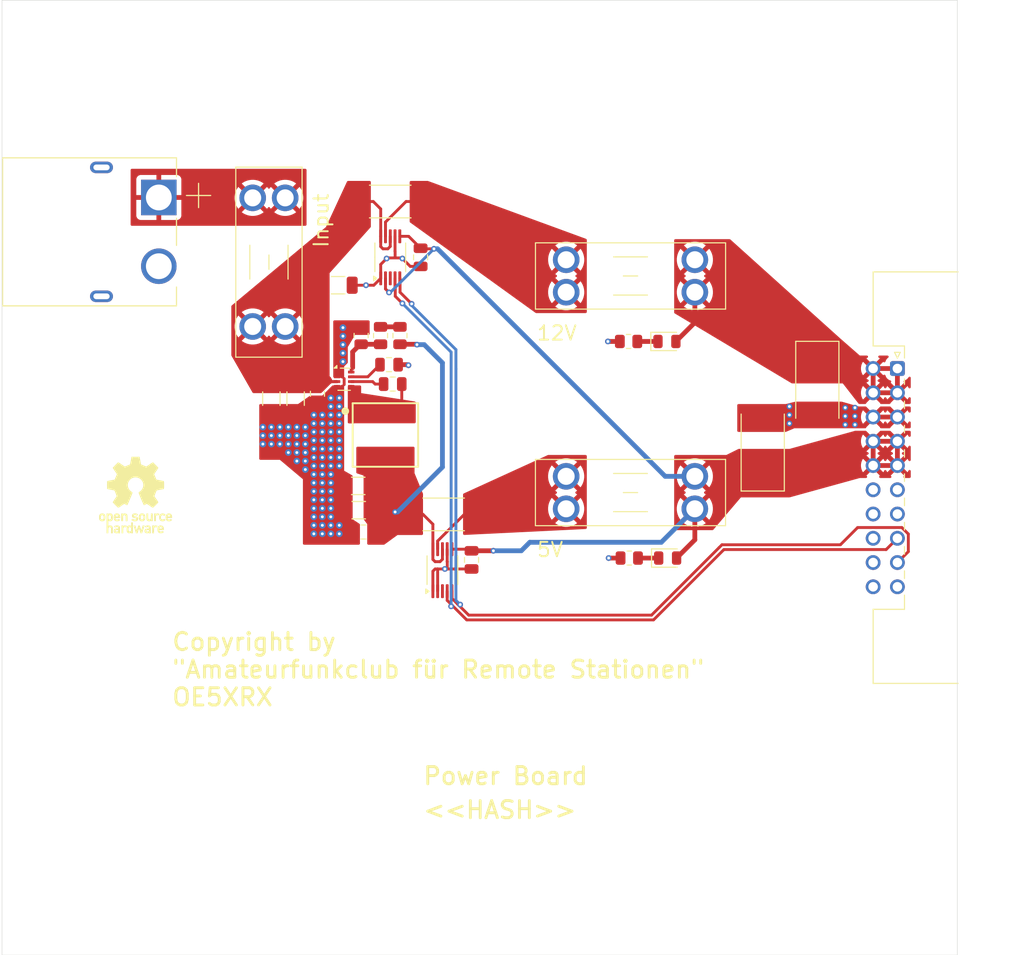
<source format=kicad_pcb>
(kicad_pcb (version 20241229) (generator "pcbnew") (generator_version "9.0")
  (layers (0 "F.Cu" signal) (4 "In1.Cu" signal) (6 "In2.Cu" signal) (2 "B.Cu" signal) (13 "F.Paste" user) (15 "B.Paste" user) (5 "F.SilkS" user "F.Silkscreen") (7 "B.SilkS" user "B.Silkscreen") (1 "F.Mask" user) (3 "B.Mask" user) (25 "Edge.Cuts" user))
  (net 0 "")
  (net 1 "GND")
  (net 2 "/I2C_SCL1")
  (net 3 "/I2C_SDA1")
  (net 4 "Net-(D101-K)")
  (net 5 "Net-(D102-K)")
  (net 6 "unconnected-(J102-Pin_a6-Pada6)")
  (net 12 "/12V")
  (net 13 "/5V")
  (net 14 "/12V_IN")
  (net 15 "/5V_IN")
  (net 16 "Net-(U201-SS)")
  (net 17 "Net-(R201-Pad2)")
  (net 18 "Net-(U201-FB)")
  (net 21 "/Power Measurement/V_OUT")
  (net 22 "/Power Measurement1/V_OUT")
  (net 23 "/5V/TPS_SW")
  (net 24 "Net-(U201-BST)")
  (net 25 "/12V_IN_UNPROTECTED")
  (footprint "PRJ:Fuseholder" (layer "F.Cu") (at 165.354 92.202)
    (property "Reference" "F103" (hide yes))
    (property "Value" "Fuse" (hide yes))
    (pad "1" thru_hole circle (at -6.735 -1.7) (size 2.78 2.78) (drill 1.78) (layers "*.Cu" "*.Mask") (net 21 "/Power Measurement/V_OUT"))
    (pad "1" thru_hole circle (at -6.735 1.7) (size 2.78 2.78) (drill 1.78) (layers "*.Cu" "*.Mask") (net 21 "/Power Measurement/V_OUT"))
    (pad "2" thru_hole circle (at 6.735 -1.7) (size 2.78 2.78) (drill 1.78) (layers "*.Cu" "*.Mask") (net 13 "/5V"))
    (pad "2" thru_hole circle (at 6.735 1.7) (size 2.78 2.78) (drill 1.78) (layers "*.Cu" "*.Mask") (net 13 "/5V"))
  )
  (footprint "Capacitor_SMD:C_1206_3216Metric" (layer "F.Cu") (at 136.906 94.046)
    (property "Reference" "C207" (hide yes))
    (property "Value" "22u" (hide yes))
    (pad "1" smd roundrect (at -1.475 0) (size 1.15 1.8) (layers "F.Cu" "F.Mask" "F.Paste") (roundrect_rratio 0.217391) (net 1 "GND"))
    (pad "2" smd roundrect (at 1.475 0) (size 1.15 1.8) (layers "F.Cu" "F.Mask" "F.Paste") (roundrect_rratio 0.217391) (net 15 "/5V_IN"))
  )
  (footprint "Resistor_SMD:R_0805_2012Metric" (layer "F.Cu") (at 137.16 75.758 90)
    (property "Reference" "R203" (hide yes))
    (property "Value" "10k2" (hide yes))
    (pad "1" smd roundrect (at -0.9125 0 90) (size 1.025 1.4) (layers "F.Cu" "F.Mask" "F.Paste") (roundrect_rratio 0.243902) (net 18 "Net-(U201-FB)"))
    (pad "2" smd roundrect (at 0.9125 0 90) (size 1.025 1.4) (layers "F.Cu" "F.Mask" "F.Paste") (roundrect_rratio 0.243902) (net 1 "GND"))
  )
  (footprint "LED_SMD:LED_0805_2012Metric" (layer "F.Cu") (at 169.168 76.376)
    (property "Reference" "D101" (hide yes))
    (property "Value" "LED" (hide yes))
    (pad "1" smd roundrect (at -0.9375 0) (size 0.975 1.4) (layers "F.Cu" "F.Mask" "F.Paste") (net 4 "Net-(D101-K)"))
    (pad "2" smd roundrect (at 0.9375 0) (size 0.975 1.4) (layers "F.Cu" "F.Mask" "F.Paste") (net 12 "/12V"))
  )
  (footprint "Package_TO_SOT_SMD:SOT-583-8" (layer "F.Cu") (at 135.382 80.33)
    (property "Reference" "U201" (hide yes))
    (property "Value" "TPS62933" (hide yes))
    (pad "1" smd roundrect (at -0.74 -0.75) (size 0.67 0.3) (layers "F.Cu" "F.Mask" "F.Paste") (roundrect_rratio 0.1666666667) (net 1 "GND"))
    (pad "2" smd roundrect (at -0.74 -0.25) (size 0.67 0.3) (layers "F.Cu" "F.Mask" "F.Paste") (roundrect_rratio 0.1666666667) (net 1 "GND"))
    (pad "3" smd roundrect (at -0.74 0.25) (size 0.67 0.3) (layers "F.Cu" "F.Mask" "F.Paste") (roundrect_rratio 0.1666666667) (net 14 "/12V_IN"))
    (pad "4" smd roundrect (at -0.74 0.75) (size 0.67 0.3) (layers "F.Cu" "F.Mask" "F.Paste") (roundrect_rratio 0.1666666667) (net 1 "GND"))
    (pad "5" smd roundrect (at 0.74 0.75) (size 0.67 0.3) (layers "F.Cu" "F.Mask" "F.Paste") (roundrect_rratio 0.1666666667) (net 23 "/5V/TPS_SW"))
    (pad "6" smd roundrect (at 0.74 0.25) (size 0.67 0.3) (layers "F.Cu" "F.Mask" "F.Paste") (roundrect_rratio 0.1666666667) (net 24 "Net-(U201-BST)"))
    (pad "7" smd roundrect (at 0.74 -0.25) (size 0.67 0.3) (layers "F.Cu" "F.Mask" "F.Paste") (roundrect_rratio 0.1666666667) (net 16 "Net-(U201-SS)"))
    (pad "8" smd roundrect (at 0.74 -0.75) (size 0.67 0.3) (layers "F.Cu" "F.Mask" "F.Paste") (roundrect_rratio 0.1666666667) (net 18 "Net-(U201-FB)"))
  )
  (footprint "MountingHole:MountingHole_3.2mm_M3" (layer "F.Cu") (at 104.568 133.14)
    (property "Reference" "H102" (hide yes))
    (property "Value" "MountingHole" (hide yes))
    (pad "" np_thru_hole circle (at 0 0) (size 3.2 3.2) (drill 3.2) (layers "*.Cu" "*.Mask"))
  )
  (footprint "Capacitor_Tantalum_SMD:CP_EIA-7343-43_Kemet-X" (layer "F.Cu") (at 179.197 87.63 90)
    (property "Reference" "C102" (hide yes))
    (property "Value" "100u / 25V" (hide yes))
    (pad "1" smd roundrect (at -3.1125 0 90) (size 2.075 2.55) (layers "F.Cu" "F.Mask" "F.Paste") (roundrect_rratio 0.120482) (net 13 "/5V"))
    (pad "2" smd roundrect (at 3.1125 0 90) (size 2.075 2.55) (layers "F.Cu" "F.Mask" "F.Paste") (roundrect_rratio 0.120482) (net 1 "GND"))
  )
  (footprint "PRJ:Fuseholder" (layer "F.Cu") (at 165.358 69.518)
    (property "Reference" "F102" (hide yes))
    (property "Value" "Fuse" (hide yes))
    (pad "1" thru_hole circle (at -6.735 -1.7) (size 2.78 2.78) (drill 1.78) (layers "*.Cu" "*.Mask") (net 22 "/Power Measurement1/V_OUT"))
    (pad "1" thru_hole circle (at -6.735 1.7) (size 2.78 2.78) (drill 1.78) (layers "*.Cu" "*.Mask") (net 22 "/Power Measurement1/V_OUT"))
    (pad "2" thru_hole circle (at 6.735 -1.7) (size 2.78 2.78) (drill 1.78) (layers "*.Cu" "*.Mask") (net 12 "/12V"))
    (pad "2" thru_hole circle (at 6.735 1.7) (size 2.78 2.78) (drill 1.78) (layers "*.Cu" "*.Mask") (net 12 "/12V"))
  )
  (footprint "PRJ:AMASS_XT60PW-M" (layer "F.Cu") (at 109.982 64.897 90)
    (property "Reference" "J101" (hide yes))
    (property "Value" "XT60PW-M" (hide yes))
    (pad "1" thru_hole rect (at 3.6 6 90) (size 3.716 3.716) (drill 2.7) (layers "*.Cu" "*.Mask") (net 25 "/12V_IN_UNPROTECTED"))
    (pad "2" thru_hole circle (at -3.6 6 90) (size 3.716 3.716) (drill 2.7) (layers "*.Cu" "*.Mask") (net 1 "GND"))
    (pad "S1" thru_hole oval (at 6.75 0 90) (size 1.2 2.4) (drill oval 0.6 1.7) (layers "*.Cu" "*.Mask"))
    (pad "S2" thru_hole oval (at -6.75 0 90) (size 1.2 2.4) (drill oval 0.6 1.7) (layers "*.Cu" "*.Mask"))
  )
  (footprint "Capacitor_SMD:C_0805_2012Metric" (layer "F.Cu") (at 143.383 67.564 -90)
    (property "Reference" "C401" (hide yes))
    (property "Value" "100n" (hide yes))
    (pad "1" smd roundrect (at -0.95 0 270) (size 1 1.45) (layers "F.Cu" "F.Mask" "F.Paste") (net 13 "/5V"))
    (pad "2" smd roundrect (at 0.95 0 270) (size 1 1.45) (layers "F.Cu" "F.Mask" "F.Paste") (net 1 "GND"))
  )
  (footprint "Resistor_SMD:R_0805_2012Metric" (layer "F.Cu") (at 139.192 75.758 -90)
    (property "Reference" "R202" (hide yes))
    (property "Value" "53k6" (hide yes))
    (pad "1" smd roundrect (at -0.9125 0 270) (size 1.025 1.4) (layers "F.Cu" "F.Mask" "F.Paste") (roundrect_rratio 0.243902) (net 17 "Net-(R201-Pad2)"))
    (pad "2" smd roundrect (at 0.9125 0 270) (size 1.025 1.4) (layers "F.Cu" "F.Mask" "F.Paste") (roundrect_rratio 0.243902) (net 18 "Net-(U201-FB)"))
  )
  (footprint "Package_SO:VSSOP-10_3x3mm_P0.5mm" (layer "F.Cu") (at 145.669 100.33 90)
    (property "Reference" "U301" (hide yes))
    (property "Value" "INA226" (hide yes))
    (pad "1" smd roundrect (at -2.2 -1 90) (size 1.45 0.3) (layers "F.Cu" "F.Mask" "F.Paste") (net 1 "GND"))
    (pad "2" smd roundrect (at -2.2 -0.5 90) (size 1.45 0.3) (layers "F.Cu" "F.Mask" "F.Paste") (net 1 "GND"))
    (pad "3" smd roundrect (at -2.2 0 90) (size 1.45 0.3) (layers "F.Cu" "F.Mask" "F.Paste"))
    (pad "4" smd roundrect (at -2.2 0.5 90) (size 1.45 0.3) (layers "F.Cu" "F.Mask" "F.Paste") (net 3 "/I2C_SDA1"))
    (pad "5" smd roundrect (at -2.2 1 90) (size 1.45 0.3) (layers "F.Cu" "F.Mask" "F.Paste") (net 2 "/I2C_SCL1"))
    (pad "6" smd roundrect (at 2.2 1 90) (size 1.45 0.3) (layers "F.Cu" "F.Mask" "F.Paste") (net 13 "/5V"))
    (pad "7" smd roundrect (at 2.2 0.5 90) (size 1.45 0.3) (layers "F.Cu" "F.Mask" "F.Paste") (net 1 "GND"))
    (pad "8" smd roundrect (at 2.2 0 90) (size 1.45 0.3) (layers "F.Cu" "F.Mask" "F.Paste") (net 15 "/5V_IN"))
    (pad "9" smd roundrect (at 2.2 -0.5 90) (size 1.45 0.3) (layers "F.Cu" "F.Mask" "F.Paste") (net 21 "/Power Measurement/V_OUT"))
    (pad "10" smd roundrect (at 2.2 -1 90) (size 1.45 0.3) (layers "F.Cu" "F.Mask" "F.Paste") (net 15 "/5V_IN"))
  )
  (footprint "Package_SO:VSSOP-10_3x3mm_P0.5mm" (layer "F.Cu") (at 140.208 67.564 90)
    (property "Reference" "U401" (hide yes))
    (property "Value" "INA226" (hide yes))
    (pad "1" smd roundrect (at -2.2 -1 90) (size 1.45 0.3) (layers "F.Cu" "F.Mask" "F.Paste") (net 1 "GND"))
    (pad "2" smd roundrect (at -2.2 -0.5 90) (size 1.45 0.3) (layers "F.Cu" "F.Mask" "F.Paste") (net 13 "/5V"))
    (pad "3" smd roundrect (at -2.2 0 90) (size 1.45 0.3) (layers "F.Cu" "F.Mask" "F.Paste"))
    (pad "4" smd roundrect (at -2.2 0.5 90) (size 1.45 0.3) (layers "F.Cu" "F.Mask" "F.Paste") (net 3 "/I2C_SDA1"))
    (pad "5" smd roundrect (at -2.2 1 90) (size 1.45 0.3) (layers "F.Cu" "F.Mask" "F.Paste") (net 2 "/I2C_SCL1"))
    (pad "6" smd roundrect (at 2.2 1 90) (size 1.45 0.3) (layers "F.Cu" "F.Mask" "F.Paste") (net 13 "/5V"))
    (pad "7" smd roundrect (at 2.2 0.5 90) (size 1.45 0.3) (layers "F.Cu" "F.Mask" "F.Paste") (net 1 "GND"))
    (pad "8" smd roundrect (at 2.2 0 90) (size 1.45 0.3) (layers "F.Cu" "F.Mask" "F.Paste") (net 14 "/12V_IN"))
    (pad "9" smd roundrect (at 2.2 -0.5 90) (size 1.45 0.3) (layers "F.Cu" "F.Mask" "F.Paste") (net 22 "/Power Measurement1/V_OUT"))
    (pad "10" smd roundrect (at 2.2 -1 90) (size 1.45 0.3) (layers "F.Cu" "F.Mask" "F.Paste") (net 14 "/12V_IN"))
  )
  (footprint "MountingHole:MountingHole_3.2mm_M3" (layer "F.Cu") (at 104.568 48.14)
    (property "Reference" "H101" (hide yes))
    (property "Value" "MountingHole" (hide yes))
    (pad "" np_thru_hole circle (at 0 0) (size 3.2 3.2) (drill 3.2) (layers "*.Cu" "*.Mask"))
  )
  (footprint "Resistor_SMD:R_2512_6332Metric" (layer "F.Cu") (at 140.208 61.722)
    (property "Reference" "R401" (hide yes))
    (property "Value" "100m" (hide yes))
    (pad "1" smd roundrect (at -2.9625 0) (size 1.225 3.35) (layers "F.Cu" "F.Mask" "F.Paste") (roundrect_rratio 0.204082) (net 14 "/12V_IN"))
    (pad "2" smd roundrect (at 2.9625 0) (size 1.225 3.35) (layers "F.Cu" "F.Mask" "F.Paste") (roundrect_rratio 0.204082) (net 22 "/Power Measurement1/V_OUT"))
  )
  (footprint "Capacitor_SMD:C_0805_2012Metric" (layer "F.Cu") (at 132.588 81.854 -90)
    (property "Reference" "C203" (hide yes))
    (property "Value" "100n" (hide yes))
    (pad "1" smd roundrect (at -0.95 0 270) (size 1 1.45) (layers "F.Cu" "F.Mask" "F.Paste") (net 14 "/12V_IN"))
    (pad "2" smd roundrect (at 0.95 0 270) (size 1 1.45) (layers "F.Cu" "F.Mask" "F.Paste") (net 1 "GND"))
  )
  (footprint "Capacitor_SMD:C_0805_2012Metric" (layer "F.Cu") (at 148.717 99.253 -90)
    (property "Reference" "C301" (hide yes))
    (property "Value" "100n" (hide yes))
    (pad "1" smd roundrect (at -0.95 0 270) (size 1 1.45) (layers "F.Cu" "F.Mask" "F.Paste") (net 13 "/5V"))
    (pad "2" smd roundrect (at 0.95 0 270) (size 1 1.45) (layers "F.Cu" "F.Mask" "F.Paste") (net 1 "GND"))
  )
  (footprint "Capacitor_SMD:C_1206_3216Metric" (layer "F.Cu") (at 136.857 91.506)
    (property "Reference" "C206" (hide yes))
    (property "Value" "22u" (hide yes))
    (pad "1" smd roundrect (at -1.475 0) (size 1.15 1.8) (layers "F.Cu" "F.Mask" "F.Paste") (roundrect_rratio 0.217391) (net 1 "GND"))
    (pad "2" smd roundrect (at 1.475 0) (size 1.15 1.8) (layers "F.Cu" "F.Mask" "F.Paste") (roundrect_rratio 0.217391) (net 15 "/5V_IN"))
  )
  (footprint "Capacitor_SMD:C_1206_3216Metric" (layer "F.Cu") (at 127.762 82.362 -90)
    (property "Reference" "C201" (hide yes))
    (property "Value" "10u" (hide yes))
    (pad "1" smd roundrect (at -1.475 0 270) (size 1.15 1.8) (layers "F.Cu" "F.Mask" "F.Paste") (roundrect_rratio 0.217391) (net 14 "/12V_IN"))
    (pad "2" smd roundrect (at 1.475 0 270) (size 1.15 1.8) (layers "F.Cu" "F.Mask" "F.Paste") (roundrect_rratio 0.217391) (net 1 "GND"))
  )
  (footprint "Capacitor_SMD:C_0805_2012Metric" (layer "F.Cu") (at 140.081 78.806)
    (property "Reference" "C204" (hide yes))
    (property "Value" "33n" (hide yes))
    (pad "1" smd roundrect (at -0.95 0) (size 1 1.45) (layers "F.Cu" "F.Mask" "F.Paste") (net 16 "Net-(U201-SS)"))
    (pad "2" smd roundrect (at 0.95 0) (size 1 1.45) (layers "F.Cu" "F.Mask" "F.Paste") (net 1 "GND"))
  )
  (footprint "Symbol:OSHW-Logo_7.5x8mm_SilkScreen" (layer "F.Cu") (at 113.538 92.456)
    (property "Reference" "#SYM101" (hide yes))
    (property "Value" "OSHW-Logo_7.5x8mm_SilkScreen" (hide yes))
  )
  (footprint "Resistor_SMD:R_0805_2012Metric" (layer "F.Cu") (at 165.227 99.06 180)
    (property "Reference" "R102" (hide yes))
    (property "Value" "1k" (hide yes))
    (pad "1" smd roundrect (at -0.9125 0 180) (size 1.025 1.4) (layers "F.Cu" "F.Mask" "F.Paste") (roundrect_rratio 0.243902) (net 5 "Net-(D102-K)"))
    (pad "2" smd roundrect (at 0.9125 0 180) (size 1.025 1.4) (layers "F.Cu" "F.Mask" "F.Paste") (roundrect_rratio 0.243902) (net 1 "GND"))
  )
  (footprint "Capacitor_Tantalum_SMD:CP_EIA-7343-43_Kemet-X" (layer "F.Cu") (at 184.912 80.772 -90)
    (property "Reference" "C103" (hide yes))
    (property "Value" "100u / 25V" (hide yes))
    (pad "1" smd roundrect (at -3.1125 0 270) (size 2.075 2.55) (layers "F.Cu" "F.Mask" "F.Paste") (roundrect_rratio 0.120482) (net 12 "/12V"))
    (pad "2" smd roundrect (at 3.1125 0 270) (size 2.075 2.55) (layers "F.Cu" "F.Mask" "F.Paste") (roundrect_rratio 0.120482) (net 1 "GND"))
  )
  (footprint "PRJ:WE-XHMI_6060" (layer "F.Cu") (at 139.7 86.172)
    (property "Reference" "L201" (hide yes))
    (property "Value" "6.8u" (hide yes))
    (pad "1" smd rect (at 0 -2) (size 5.5 1.45) (layers "F.Cu" "F.Mask" "F.Paste") (net 23 "/5V/TPS_SW"))
    (pad "2" smd rect (at 0 2) (size 5.5 1.45) (layers "F.Cu" "F.Mask" "F.Paste") (net 15 "/5V_IN"))
    (zone (net 0) (net_name "") (layer "F.Cu") (connect_pads (clearance 0)) (min_thickness 0.1)
      (keepout (tracks not_allowed) (vias not_allowed) (pads not_allowed) (copperpour not_allowed) (footprints allowed))
      (fill (thermal_gap 0.508) (thermal_bridge_width 0.508))
      (polygon (pts (xy 136.475 84.947) (xy 142.925 84.947) (xy 142.925 87.397) (xy 136.475 87.397)))
    )
  )
  (footprint "Resistor_SMD:R_2512_6332Metric" (layer "F.Cu") (at 145.796 94.488)
    (property "Reference" "R301" (hide yes))
    (property "Value" "100m" (hide yes))
    (pad "1" smd roundrect (at -2.9625 0) (size 1.225 3.35) (layers "F.Cu" "F.Mask" "F.Paste") (roundrect_rratio 0.204082) (net 15 "/5V_IN"))
    (pad "2" smd roundrect (at 2.9625 0) (size 1.225 3.35) (layers "F.Cu" "F.Mask" "F.Paste") (roundrect_rratio 0.204082) (net 21 "/Power Measurement/V_OUT"))
  )
  (footprint "Capacitor_SMD:C_0805_2012Metric" (layer "F.Cu") (at 137.414 96.332)
    (property "Reference" "C208" (hide yes))
    (property "Value" "100n" (hide yes))
    (pad "1" smd roundrect (at -0.95 0) (size 1 1.45) (layers "F.Cu" "F.Mask" "F.Paste") (net 1 "GND"))
    (pad "2" smd roundrect (at 0.95 0) (size 1 1.45) (layers "F.Cu" "F.Mask" "F.Paste") (net 15 "/5V_IN"))
  )
  (footprint "Resistor_SMD:R_0805_2012Metric" (layer "F.Cu") (at 141.224 75.758 90)
    (property "Reference" "R201" (hide yes))
    (property "Value" "49R9" (hide yes))
    (pad "1" smd roundrect (at -0.9125 0 90) (size 1.025 1.4) (layers "F.Cu" "F.Mask" "F.Paste") (roundrect_rratio 0.243902) (net 15 "/5V_IN"))
    (pad "2" smd roundrect (at 0.9125 0 90) (size 1.025 1.4) (layers "F.Cu" "F.Mask" "F.Paste") (roundrect_rratio 0.243902) (net 17 "Net-(R201-Pad2)"))
  )
  (footprint "Resistor_SMD:R_0805_2012Metric" (layer "F.Cu") (at 165.1525 76.376 180)
    (property "Reference" "R101" (hide yes))
    (property "Value" "2k2" (hide yes))
    (pad "1" smd roundrect (at -0.9125 0 180) (size 1.025 1.4) (layers "F.Cu" "F.Mask" "F.Paste") (roundrect_rratio 0.243902) (net 4 "Net-(D101-K)"))
    (pad "2" smd roundrect (at 0.9125 0 180) (size 1.025 1.4) (layers "F.Cu" "F.Mask" "F.Paste") (roundrect_rratio 0.243902) (net 1 "GND"))
  )
  (footprint "Capacitor_SMD:C_1206_3216Metric" (layer "F.Cu") (at 130.302 82.362 -90)
    (property "Reference" "C202" (hide yes))
    (property "Value" "10u" (hide yes))
    (pad "1" smd roundrect (at -1.475 0 270) (size 1.15 1.8) (layers "F.Cu" "F.Mask" "F.Paste") (roundrect_rratio 0.217391) (net 14 "/12V_IN"))
    (pad "2" smd roundrect (at 1.475 0 270) (size 1.15 1.8) (layers "F.Cu" "F.Mask" "F.Paste") (roundrect_rratio 0.217391) (net 1 "GND"))
  )
  (footprint "PRJ:Fuseholder" (layer "F.Cu") (at 127.508 68.072 -90)
    (property "Reference" "F101" (hide yes))
    (property "Value" "Fuse" (hide yes))
    (pad "1" thru_hole circle (at -6.735 -1.7 270) (size 2.78 2.78) (drill 1.78) (layers "*.Cu" "*.Mask") (net 25 "/12V_IN_UNPROTECTED"))
    (pad "1" thru_hole circle (at -6.735 1.7 270) (size 2.78 2.78) (drill 1.78) (layers "*.Cu" "*.Mask") (net 25 "/12V_IN_UNPROTECTED"))
    (pad "2" thru_hole circle (at 6.735 -1.7 270) (size 2.78 2.78) (drill 1.78) (layers "*.Cu" "*.Mask") (net 14 "/12V_IN"))
    (pad "2" thru_hole circle (at 6.735 1.7 270) (size 2.78 2.78) (drill 1.78) (layers "*.Cu" "*.Mask") (net 14 "/12V_IN"))
  )
  (footprint "PRJ:PCN10C-20S-2.54DS" (layer "F.Cu") (at 193.294 79.21 -90)
    (property "Reference" "J102" (hide yes))
    (property "Value" "Conn_02x10_Row_Letter_First" (hide yes))
    (pad "" np_thru_hole circle (at -7.62 -2.54 270) (size 2.85 2.85) (drill 2.85) (layers "F&B.Cu" "*.Mask"))
    (pad "" np_thru_hole circle (at 30.48 -2.54 270) (size 2.85 2.85) (drill 2.85) (layers "F&B.Cu" "*.Mask"))
    (pad "a1" thru_hole roundrect (at 0 0 270) (size 1.55 1.55) (drill 1) (layers "*.Cu" "*.Mask") (roundrect_rratio 0.16129) (net 12 "/12V"))
    (pad "a2" thru_hole circle (at 2.54 0 270) (size 1.55 1.55) (drill 1) (layers "*.Cu" "*.Mask") (net 12 "/12V"))
    (pad "a3" thru_hole circle (at 5.08 0 270) (size 1.55 1.55) (drill 1) (layers "*.Cu" "*.Mask") (net 1 "GND"))
    (pad "a4" thru_hole circle (at 7.62 0 270) (size 1.55 1.55) (drill 1) (layers "*.Cu" "*.Mask") (net 13 "/5V"))
    (pad "a5" thru_hole circle (at 10.16 0 270) (size 1.55 1.55) (drill 1) (layers "*.Cu" "*.Mask") (net 13 "/5V"))
    (pad "a6" thru_hole circle (at 12.7 0 270) (size 1.55 1.55) (drill 1) (layers "*.Cu" "*.Mask") (net 6 "unconnected-(J102-Pin_a6-Pada6)"))
    (pad "a7" thru_hole circle (at 15.24 0 270) (size 1.55 1.55) (drill 1) (layers "*.Cu" "*.Mask"))
    (pad "a8" thru_hole circle (at 17.78 0 270) (size 1.55 1.55) (drill 1) (layers "*.Cu" "*.Mask") (net 3 "/I2C_SDA1"))
    (pad "a9" thru_hole circle (at 20.32 0 270) (size 1.55 1.55) (drill 1) (layers "*.Cu" "*.Mask") (net 2 "/I2C_SCL1"))
    (pad "a10" thru_hole circle (at 22.86 0 270) (size 1.55 1.55) (drill 1) (layers "*.Cu" "*.Mask") (net 1 "GND"))
    (pad "b1" thru_hole circle (at 0 2.54 270) (size 1.55 1.55) (drill 1) (layers "*.Cu" "*.Mask") (net 12 "/12V"))
    (pad "b2" thru_hole circle (at 2.54 2.54 270) (size 1.55 1.55) (drill 1) (layers "*.Cu" "*.Mask") (net 12 "/12V"))
    (pad "b3" thru_hole circle (at 5.08 2.54 270) (size 1.55 1.55) (drill 1) (layers "*.Cu" "*.Mask") (net 1 "GND"))
    (pad "b4" thru_hole circle (at 7.62 2.54 270) (size 1.55 1.55) (drill 1) (layers "*.Cu" "*.Mask") (net 13 "/5V"))
    (pad "b5" thru_hole circle (at 10.16 2.54 270) (size 1.55 1.55) (drill 1) (layers "*.Cu" "*.Mask") (net 13 "/5V"))
    (pad "b6" thru_hole circle (at 12.7 2.54 270) (size 1.55 1.55) (drill 1) (layers "*.Cu" "*.Mask"))
    (pad "b7" thru_hole circle (at 15.24 2.54 270) (size 1.55 1.55) (drill 1) (layers "*.Cu" "*.Mask"))
    (pad "b8" thru_hole circle (at 17.78 2.54 270) (size 1.55 1.55) (drill 1) (layers "*.Cu" "*.Mask"))
    (pad "b9" thru_hole circle (at 20.32 2.54 270) (size 1.55 1.55) (drill 1) (layers "*.Cu" "*.Mask"))
    (pad "b10" thru_hole circle (at 22.86 2.54 270) (size 1.55 1.55) (drill 1) (layers "*.Cu" "*.Mask") (net 1 "GND"))
  )
  (footprint "Capacitor_SMD:C_1206_3216Metric" (layer "F.Cu") (at 134.747 70.485)
    (property "Reference" "C101" (hide yes))
    (property "Value" "10u" (hide yes))
    (pad "1" smd roundrect (at -1.475 0) (size 1.15 1.8) (layers "F.Cu" "F.Mask" "F.Paste") (roundrect_rratio 0.217391) (net 14 "/12V_IN"))
    (pad "2" smd roundrect (at 1.475 0) (size 1.15 1.8) (layers "F.Cu" "F.Mask" "F.Paste") (roundrect_rratio 0.217391) (net 1 "GND"))
  )
  (footprint "Capacitor_SMD:C_0805_2012Metric" (layer "F.Cu") (at 140.462 80.838)
    (property "Reference" "C205" (hide yes))
    (property "Value" "100n" (hide yes))
    (pad "1" smd roundrect (at -0.95 0) (size 1 1.45) (layers "F.Cu" "F.Mask" "F.Paste") (net 24 "Net-(U201-BST)"))
    (pad "2" smd roundrect (at 0.95 0) (size 1 1.45) (layers "F.Cu" "F.Mask" "F.Paste") (net 23 "/5V/TPS_SW"))
  )
  (footprint "LED_SMD:LED_0805_2012Metric" (layer "F.Cu") (at 169.2425 99.06)
    (property "Reference" "D102" (hide yes))
    (property "Value" "LED" (hide yes))
    (pad "1" smd roundrect (at -0.9375 0) (size 0.975 1.4) (layers "F.Cu" "F.Mask" "F.Paste") (net 5 "Net-(D102-K)"))
    (pad "2" smd roundrect (at 0.9375 0) (size 0.975 1.4) (layers "F.Cu" "F.Mask" "F.Paste") (net 13 "/5V"))
  )
  (gr_rect (start 99.568 40.64) (end 199.568 140.64) (stroke (width 0.05)) (fill no) (layer "Edge.Cuts"))
  (gr_text "Copyright by\n{dblquote}Amateurfunkclub für Remote Stationen{dblquote}\nOE5XRX" (at 117.221 114.681 0) (layer "F.SilkS") (effects (font (size 1.8 1.8) (thickness 0.3) (bold yes)) (justify left bottom)))
  (gr_text "12V" (at 155.452 76.376 0) (layer "F.SilkS") (effects (font (size 1.5 1.5) (thickness 0.2)) (justify left bottom)))
  (gr_text "5V" (at 155.448 99.06 0) (layer "F.SilkS") (effects (font (size 1.5 1.5) (thickness 0.2)) (justify left bottom)))
  (gr_text "<<HASH>>" (at 143.51 126.492 0) (layer "F.SilkS") (effects (font (size 1.8 1.8) (thickness 0.3) (bold yes)) (justify left bottom)))
  (gr_text "Input" (at 133.858 66.675 90) (layer "F.SilkS") (effects (font (size 1.5 1.5) (thickness 0.2)) (justify left bottom)))
  (gr_text "Power Board" (at 143.51 122.936 0) (layer "F.SilkS") (effects (font (size 1.8 1.8) (thickness 0.3) (bold yes)) (justify left bottom)))
  (segment (start 145.923 100.203) (end 146.177 100.203) (width 0.3) (layer "F.Cu") (net 1))
  (segment (start 139.208 68.31) (end 139.827 67.691) (width 0.3) (layer "F.Cu") (net 1))
  (segment (start 141.478 67.691) (end 142.301 68.514) (width 0.3) (layer "F.Cu") (net 1))
  (segment (start 139.827 67.691) (end 139.8905 67.6275) (width 0.3) (layer "F.Cu") (net 1))
  (segment (start 139.8905 67.6275) (end 140.716 67.6275) (width 0.3) (layer "F.Cu") (net 1))
  (segment (start 134.642 81.08) (end 134.642 81.512) (width 0.3) (layer "F.Cu") (net 1))
  (segment (start 139.208 69.764) (end 139.208 68.31) (width 0.3) (layer "F.Cu") (net 1))
  (segment (start 140.716 66.929) (end 140.716 67.6275) (width 0.3) (layer "F.Cu") (net 1))
  (segment (start 146.177 99.441) (end 146.177 100.203) (width 0.3) (layer "F.Cu") (net 1))
  (segment (start 140.716 67.6275) (end 141.4145 67.6275) (width 0.3) (layer "F.Cu") (net 1))
  (segment (start 146.169 99.433) (end 146.177 99.441) (width 0.3) (layer "F.Cu") (net 1))
  (segment (start 162.99 76.376) (end 164.24 76.376) (width 0.5) (layer "F.Cu") (net 1))
  (segment (start 142.301 68.514) (end 143.383 68.514) (width 0.3) (layer "F.Cu") (net 1))
  (segment (start 137.668 70.485) (end 136.222 70.485) (width 0.3) (layer "F.Cu") (net 1))
  (segment (start 142.052 78.806) (end 142.113 78.867) (width 0.5) (layer "F.Cu") (net 1))
  (segment (start 146.939 100.203) (end 148.717 100.203) (width 0.3) (layer "F.Cu") (net 1))
  (segment (start 141.4145 67.6275) (end 141.478 67.691) (width 0.3) (layer "F.Cu") (net 1))
  (segment (start 144.907 100.203) (end 145.161 100.203) (width 0.3) (layer "F.Cu") (net 1))
  (segment (start 140.708 65.364) (end 140.708 66.921) (width 0.3) (layer "F.Cu") (net 1))
  (segment (start 145.169 102.53) (end 145.169 100.211) (width 0.3) (layer "F.Cu") (net 1))
  (segment (start 134.642 81.512) (end 134.493 81.661) (width 0.3) (layer "F.Cu") (net 1))
  (segment (start 145.161 100.203) (end 145.923 100.203) (width 0.3) (layer "F.Cu") (net 1))
  (segment (start 135.382 80.264) (end 135.382 80.899) (width 0.3) (layer "F.Cu") (net 1))
  (segment (start 140.708 66.921) (end 140.716 66.929) (width 0.3) (layer "F.Cu") (net 1))
  (segment (start 141.031 78.806) (end 142.052 78.806) (width 0.5) (layer "F.Cu") (net 1))
  (segment (start 144.669 102.53) (end 144.669 100.441) (width 0.3) (layer "F.Cu") (net 1))
  (segment (start 144.669 100.441) (end 144.907 100.203) (width 0.3) (layer "F.Cu") (net 1))
  (segment (start 193.294 84.29) (end 190.754 84.29) (width 0.5) (layer "F.Cu") (net 1))
  (segment (start 164.3145 99.06) (end 163.068 99.06) (width 0.5) (layer "F.Cu") (net 1))
  (segment (start 145.169 100.211) (end 145.161 100.203) (width 0.3) (layer "F.Cu") (net 1))
  (segment (start 138.487 70.485) (end 137.668 70.485) (width 0.3) (layer "F.Cu") (net 1))
  (segment (start 146.169 98.13) (end 146.169 99.433) (width 0.3) (layer "F.Cu") (net 1))
  (segment (start 139.208 69.764) (end 138.487 70.485) (width 0.3) (layer "F.Cu") (net 1))
  (segment (start 146.177 100.203) (end 146.939 100.203) (width 0.3) (layer "F.Cu") (net 1))
  (via (at 134.874 84.074) (size 0.7) (drill 0.3) (layers "F.Cu" "B.Cu") (net 1))
  (via (at 133.096 95.631) (size 0.7) (drill 0.3) (layers "F.Cu" "B.Cu") (net 1))
  (via (at 134.874 85.852) (size 0.7) (drill 0.3) (layers "F.Cu" "B.Cu") (net 1))
  (via (at 133.985 94.742) (size 0.7) (drill 0.3) (layers "F.Cu" "B.Cu") (net 1))
  (via (at 132.207 88.519) (size 0.7) (drill 0.3) (layers "F.Cu" "B.Cu") (net 1))
  (via (at 134.874 95.631) (size 0.7) (drill 0.3) (layers "F.Cu" "B.Cu") (net 1))
  (via (at 132.207 85.852) (size 0.7) (drill 0.3) (layers "F.Cu" "B.Cu") (net 1))
  (via (at 133.985 87.63) (size 0.7) (drill 0.3) (layers "F.Cu" "B.Cu") (net 1))
  (via (at 132.207 86.741) (size 0.7) (drill 0.3) (layers "F.Cu" "B.Cu") (net 1))
  (via (at 127.762 85.344) (size 0.7) (drill 0.3) (layers "F.Cu" "B.Cu") (net 1))
  (via (at 133.985 82.296) (size 0.7) (drill 0.3) (layers "F.Cu" "B.Cu") (net 1))
  (via (at 133.985 93.853) (size 0.7) (drill 0.3) (layers "F.Cu" "B.Cu") (net 1))
  (via (at 135.255 76.708) (size 0.7) (drill 0.3) (layers "F.Cu" "B.Cu") (net 1))
  (via (at 134.874 88.519) (size 0.7) (drill 0.3) (layers "F.Cu" "B.Cu") (net 1))
  (via (at 132.207 95.631) (size 0.7) (drill 0.3) (layers "F.Cu" "B.Cu") (net 1))
  (via (at 133.096 93.853) (size 0.7) (drill 0.3) (layers "F.Cu" "B.Cu") (net 1))
  (via (at 132.207 92.075) (size 0.7) (drill 0.3) (layers "F.Cu" "B.Cu") (net 1))
  (via (at 135.255 77.597) (size 0.7) (drill 0.3) (layers "F.Cu" "B.Cu") (net 1))
  (via (at 135.255 75.819) (size 0.7) (drill 0.3) (layers "F.Cu" "B.Cu") (net 1))
  (via (at 133.096 84.963) (size 0.7) (drill 0.3) (layers "F.Cu" "B.Cu") (net 1))
  (via (at 133.985 90.297) (size 0.7) (drill 0.3) (layers "F.Cu" "B.Cu") (net 1))
  (via (at 130.429 88.9) (size 0.7) (drill 0.3) (layers "F.Cu" "B.Cu") (net 1))
  (via (at 131.318 88.9) (size 0.7) (drill 0.3) (layers "F.Cu" "B.Cu") (net 1))
  (via (at 131.318 89.789) (size 0.7) (drill 0.3) (layers "F.Cu" "B.Cu") (net 1))
  (via (at 130.429 87.122) (size 0.7) (drill 0.3) (layers "F.Cu" "B.Cu") (net 1))
  (via (at 127.762 86.233) (size 0.7) (drill 0.3) (layers "F.Cu" "B.Cu") (net 1))
  (via (at 133.985 85.852) (size 0.7) (drill 0.3) (layers "F.Cu" "B.Cu") (net 1))
  (via (at 134.874 84.963) (size 0.7) (drill 0.3) (layers "F.Cu" "B.Cu") (net 1))
  (via (at 127.762 87.122) (size 0.7) (drill 0.3) (layers "F.Cu" "B.Cu") (net 1))
  (via (at 135.255 78.486) (size 0.7) (drill 0.3) (layers "F.Cu" "B.Cu") (net 1))
  (via (at 126.873 87.122) (size 0.7) (drill 0.3) (layers "F.Cu" "B.Cu") (net 1))
  (via (at 134.874 87.63) (size 0.7) (drill 0.3) (layers "F.Cu" "B.Cu") (net 1))
  (via (at 134.874 82.296) (size 0.7) (drill 0.3) (layers "F.Cu" "B.Cu") (net 1))
  (via (at 133.096 90.297) (size 0.7) (drill 0.3) (layers "F.Cu" "B.Cu") (net 1))
  (via (at 126.873 85.344) (size 0.7) (drill 0.3) (layers "F.Cu" "B.Cu") (net 1))
  (via (at 131.318 88.011) (size 0.7) (drill 0.3) (layers "F.Cu" "B.Cu") (net 1))
  (via (at 128.651 87.122) (size 0.7) (drill 0.3) (layers "F.Cu" "B.Cu") (net 1))
  (via (at 133.096 88.519) (size 0.7) (drill 0.3) (layers "F.Cu" "B.Cu") (net 1))
  (via (at 132.207 93.853) (size 0.7) (drill 0.3) (layers "F.Cu" "B.Cu") (net 1))
  (via (at 145.923 100.203) (size 0.6) (drill 0.3) (layers "F.Cu" "B.Cu") (net 1))
  (via (at 129.54 87.122) (size 0.7) (drill 0.3) (layers "F.Cu" "B.Cu") (net 1))
  (via (at 133.985 91.186) (size 0.7) (drill 0.3) (layers "F.Cu" "B.Cu") (net 1))
  (via (at 132.207 90.297) (size 0.7) (drill 0.3) (layers "F.Cu" "B.Cu") (net 1))
  (via (at 126.873 86.233) (size 0.7) (drill 0.3) (layers "F.Cu" "B.Cu") (net 1))
  (via (at 133.985 92.964) (size 0.7) (drill 0.3) (layers "F.Cu" "B.Cu") (net 1))
  (via (at 132.207 84.963) (size 0.7) (drill 0.3) (layers "F.Cu" "B.Cu") (net 1))
  (via (at 128.651 85.344) (size 0.7) (drill 0.3) (layers "F.Cu" "B.Cu") (net 1))
  (via (at 187.833 84.201) (size 0.6) (drill 0.3) (layers "F.Cu" "B.Cu") (net 1))
  (via (at 129.54 88.011) (size 0.7) (drill 0.3) (layers "F.Cu" "B.Cu") (net 1))
  (via (at 133.096 87.63) (size 0.7) (drill 0.3) (layers "F.Cu" "B.Cu") (net 1))
  (via (at 162.99 76.376) (size 0.6) (drill 0.3) (layers "F.Cu" "B.Cu") (net 1))
  (via (at 132.207 92.964) (size 0.7) (drill 0.3) (layers "F.Cu" "B.Cu") (net 1))
  (via (at 132.207 84.074) (size 0.7) (drill 0.3) (layers "F.Cu" "B.Cu") (net 1))
  (via (at 187.833 83.312) (size 0.6) (drill 0.3) (layers "F.Cu" "B.Cu") (net 1))
  (via (at 133.096 85.852) (size 0.7) (drill 0.3) (layers "F.Cu" "B.Cu") (net 1))
  (via (at 181.991 84.963) (size 0.6) (drill 0.3) (layers "F.Cu" "B.Cu") (net 1))
  (via (at 134.874 96.52) (size 0.7) (drill 0.3) (layers "F.Cu" "B.Cu") (net 1))
  (via (at 133.985 95.631) (size 0.7) (drill 0.3) (layers "F.Cu" "B.Cu") (net 1))
  (via (at 133.096 94.742) (size 0.7) (drill 0.3) (layers "F.Cu" "B.Cu") (net 1))
  (via (at 132.207 96.52) (size 0.7) (drill 0.3) (layers "F.Cu" "B.Cu") (net 1))
  (via (at 188.849 84.201) (size 0.6) (drill 0.3) (layers "F.Cu" "B.Cu") (net 1))
  (via (at 133.985 92.075) (size 0.7) (drill 0.3) (layers "F.Cu" "B.Cu") (net 1))
  (via (at 135.255 74.93) (size 0.7) (drill 0.3) (layers "F.Cu" "B.Cu") (net 1))
  (via (at 163.068 99.06) (size 0.6) (drill 0.3) (layers "F.Cu" "B.Cu") (net 1))
  (via (at 134.874 89.408) (size 0.7) (drill 0.3) (layers "F.Cu" "B.Cu") (net 1))
  (via (at 133.985 84.074) (size 0.7) (drill 0.3) (layers "F.Cu" "B.Cu") (net 1))
  (via (at 131.318 86.233) (size 0.7) (drill 0.3) (layers "F.Cu" "B.Cu") (net 1))
  (via (at 132.207 87.63) (size 0.7) (drill 0.3) (layers "F.Cu" "B.Cu") (net 1))
  (via (at 133.985 86.741) (size 0.7) (drill 0.3) (layers "F.Cu" "B.Cu") (net 1))
  (via (at 134.874 86.741) (size 0.7) (drill 0.3) (layers "F.Cu" "B.Cu") (net 1))
  (via (at 188.849 85.09) (size 0.6) (drill 0.3) (layers "F.Cu" "B.Cu") (net 1))
  (via (at 129.54 86.233) (size 0.7) (drill 0.3) (layers "F.Cu" "B.Cu") (net 1))
  (via (at 141.478 67.691) (size 0.6) (drill 0.3) (layers "F.Cu" "B.Cu") (net 1))
  (via (at 133.096 91.186) (size 0.7) (drill 0.3) (layers "F.Cu" "B.Cu") (net 1))
  (via (at 129.54 85.344) (size 0.7) (drill 0.3) (layers "F.Cu" "B.Cu") (net 1))
  (via (at 132.207 91.186) (size 0.7) (drill 0.3) (layers "F.Cu" "B.Cu") (net 1))
  (via (at 130.429 88.011) (size 0.7) (drill 0.3) (layers "F.Cu" "B.Cu") (net 1))
  (via (at 128.651 86.233) (size 0.7) (drill 0.3) (layers "F.Cu" "B.Cu") (net 1))
  (via (at 133.985 83.185) (size 0.7) (drill 0.3) (layers "F.Cu" "B.Cu") (net 1))
  (via (at 142.113 78.867) (size 0.6) (drill 0.3) (layers "F.Cu" "B.Cu") (net 1))
  (via (at 131.318 85.344) (size 0.7) (drill 0.3) (layers "F.Cu" "B.Cu") (net 1))
  (via (at 181.991 84.074) (size 0.6) (drill 0.3) (layers "F.Cu" "B.Cu") (net 1))
  (via (at 137.668 70.485) (size 0.6) (drill 0.3) (layers "F.Cu" "B.Cu") (net 1))
  (via (at 133.985 89.408) (size 0.7) (drill 0.3) (layers "F.Cu" "B.Cu") (net 1))
  (via (at 187.833 85.09) (size 0.6) (drill 0.3) (layers "F.Cu" "B.Cu") (net 1))
  (via (at 133.096 86.741) (size 0.7) (drill 0.3) (layers "F.Cu" "B.Cu") (net 1))
  (via (at 134.874 83.185) (size 0.7) (drill 0.3) (layers "F.Cu" "B.Cu") (net 1))
  (via (at 188.849 83.312) (size 0.6) (drill 0.3) (layers "F.Cu" "B.Cu") (net 1))
  (via (at 131.318 87.122) (size 0.7) (drill 0.3) (layers "F.Cu" "B.Cu") (net 1))
  (via (at 133.096 92.075) (size 0.7) (drill 0.3) (layers "F.Cu" "B.Cu") (net 1))
  (via (at 133.985 84.963) (size 0.7) (drill 0.3) (layers "F.Cu" "B.Cu") (net 1))
  (via (at 181.991 83.185) (size 0.6) (drill 0.3) (layers "F.Cu" "B.Cu") (net 1))
  (via (at 133.096 89.408) (size 0.7) (drill 0.3) (layers "F.Cu" "B.Cu") (net 1))
  (via (at 133.985 96.52) (size 0.7) (drill 0.3) (layers "F.Cu" "B.Cu") (net 1))
  (via (at 133.096 92.964) (size 0.7) (drill 0.3) (layers "F.Cu" "B.Cu") (net 1))
  (via (at 133.985 88.519) (size 0.7) (drill 0.3) (layers "F.Cu" "B.Cu") (net 1))
  (via (at 132.207 89.408) (size 0.7) (drill 0.3) (layers "F.Cu" "B.Cu") (net 1))
  (via (at 130.429 86.233) (size 0.7) (drill 0.3) (layers "F.Cu" "B.Cu") (net 1))
  (via (at 133.096 96.52) (size 0.7) (drill 0.3) (layers "F.Cu" "B.Cu") (net 1))
  (via (at 133.096 84.074) (size 0.7) (drill 0.3) (layers "F.Cu" "B.Cu") (net 1))
  (via (at 130.429 85.344) (size 0.7) (drill 0.3) (layers "F.Cu" "B.Cu") (net 1))
  (via (at 132.207 94.742) (size 0.7) (drill 0.3) (layers "F.Cu" "B.Cu") (net 1))
  (via (at 139.827 67.691) (size 0.6) (drill 0.3) (layers "F.Cu" "B.Cu") (net 1))
  (segment (start 147.22976 103.84924) (end 148.41652 105.036) (width 0.3) (layer "F.Cu") (net 2))
  (segment (start 141.233 71.22576) (end 141.233 69.789) (width 0.3) (layer "F.Cu") (net 2))
  (segment (start 194.437 96.540595) (end 194.437 98.387) (width 0.3) (layer "F.Cu") (net 2))
  (segment (start 146.669 103.28848) (end 147.22976 103.84924) (width 0.3) (layer "F.Cu") (net 2))
  (segment (start 194.437 98.387) (end 193.294 99.53) (width 0.3) (layer "F.Cu") (net 2))
  (segment (start 187.325 97.67) (end 189.131 95.864) (width 0.3) (layer "F.Cu") (net 2))
  (segment (start 147.22976 103.84924) (end 147.3149 103.93438) (width 0.3) (layer "F.Cu") (net 2))
  (segment (start 141.233 69.789) (end 141.208 69.764) (width 0.3) (layer "F.Cu") (net 2))
  (segment (start 174.92548 97.67) (end 187.325 97.67) (width 0.3) (layer "F.Cu") (net 2))
  (segment (start 193.760405 95.864) (end 194.437 96.540595) (width 0.3) (layer "F.Cu") (net 2))
  (segment (start 142.44562 72.43838) (end 141.233 71.22576) (width 0.3) (layer "F.Cu") (net 2))
  (segment (start 146.669 102.53) (end 146.669 103.28848) (width 0.3) (layer "F.Cu") (net 2))
  (segment (start 147.3149 103.93438) (end 147.52562 103.93438) (width 0.3) (layer "F.Cu") (net 2))
  (segment (start 148.41652 105.036) (end 167.55948 105.036) (width 0.3) (layer "F.Cu") (net 2))
  (segment (start 174.632 97.963479) (end 174.92548 97.67) (width 0.3) (layer "F.Cu") (net 2))
  (segment (start 167.55948 105.036) (end 174.632 97.963479) (width 0.3) (layer "F.Cu") (net 2))
  (segment (start 189.131 95.864) (end 193.760405 95.864) (width 0.3) (layer "F.Cu") (net 2))
  (via (at 147.52562 103.93438) (size 0.6) (drill 0.3) (layers "F.Cu" "B.Cu") (net 2))
  (via (at 142.44562 72.43838) (size 0.6) (drill 0.3) (layers "F.Cu" "B.Cu") (net 2))
  (segment (start 147.52562 103.93438) (end 147.08064 103.4894) (width 0.3) (layer "B.Cu") (net 2))
  (segment (start 142.44562 72.59562) (end 142.44562 72.43838) (width 0.3) (layer "B.Cu") (net 2))
  (segment (start 147.08064 79.248) (end 147.08064 77.23064) (width 0.3) (layer "B.Cu") (net 2))
  (segment (start 143.002 73.152) (end 142.44562 72.59562) (width 0.3) (layer "B.Cu") (net 2))
  (segment (start 147.08064 103.4894) (end 147.08064 79.248) (width 0.3) (layer "B.Cu") (net 2))
  (segment (start 147.08064 77.23064) (end 143.002 73.152) (width 0.3) (layer "B.Cu") (net 2))
  (segment (start 193.294 96.99) (end 192.113 98.171) (width 0.3) (layer "F.Cu") (net 3))
  (segment (start 140.732 71.644) (end 141.478 72.39) (width 0.3) (layer "F.Cu") (net 3))
  (segment (start 146.558 103.886) (end 146.169 103.497) (width 0.3) (layer "F.Cu") (net 3))
  (segment (start 140.732 70.628) (end 140.732 71.644) (width 0.3) (layer "F.Cu") (net 3))
  (segment (start 146.57964 103.90764) (end 146.57964 104.11836) (width 0.3) (layer "F.Cu") (net 3))
  (segment (start 167.767 105.537) (end 148.209 105.537) (width 0.3) (layer "F.Cu") (net 3))
  (segment (start 175.133 98.171) (end 167.767 105.537) (width 0.3) (layer "F.Cu") (net 3))
  (segment (start 140.708 70.604) (end 140.732 70.628) (width 0.3) (layer "F.Cu") (net 3))
  (segment (start 192.113 98.171) (end 175.133 98.171) (width 0.3) (layer "F.Cu") (net 3))
  (segment (start 146.558 103.886) (end 146.57964 103.90764) (width 0.3) (layer "F.Cu") (net 3))
  (segment (start 140.708 69.764) (end 140.708 70.604) (width 0.3) (layer "F.Cu") (net 3))
  (segment (start 148.209 105.537) (end 146.558 103.886) (width 0.3) (layer "F.Cu") (net 3))
  (segment (start 146.169 103.497) (end 146.169 102.53) (width 0.3) (layer "F.Cu") (net 3))
  (via (at 141.478 72.39) (size 0.6) (drill 0.3) (layers "F.Cu" "B.Cu") (net 3))
  (via (at 146.57964 104.11836) (size 0.6) (drill 0.3) (layers "F.Cu" "B.Cu") (net 3))
  (segment (start 146.57964 77.49164) (end 141.478 72.39) (width 0.3) (layer "B.Cu") (net 3))
  (segment (start 146.57964 104.11836) (end 146.57964 77.49164) (width 0.3) (layer "B.Cu") (net 3))
  (segment (start 168.2305 76.376) (end 166.065 76.376) (width 0.5) (layer "F.Cu") (net 4))
  (segment (start 168.305 99.06) (end 166.1395 99.06) (width 0.5) (layer "F.Cu") (net 5))
  (segment (start 193.294 91.91) (end 192.844 91.46) (width 0.2) (layer "F.Cu") (net 6))
  (segment (start 190.754 81.75) (end 190.754 79.21) (width 0.5) (layer "F.Cu") (net 12))
  (segment (start 190.754 79.21) (end 193.294 79.21) (width 0.5) (layer "F.Cu") (net 12))
  (segment (start 172.093 74.3885) (end 170.1055 76.376) (width 0.5) (layer "F.Cu") (net 12))
  (segment (start 193.294 79.21) (end 193.294 81.75) (width 0.5) (layer "F.Cu") (net 12))
  (segment (start 193.294 81.75) (end 190.754 81.75) (width 0.5) (layer "F.Cu") (net 12))
  (segment (start 172.093 71.218) (end 172.093 74.3885) (width 0.5) (layer "F.Cu") (net 12))
  (segment (start 142.133 65.364) (end 143.383 66.614) (width 0.3) (layer "F.Cu") (net 13))
  (segment (start 151.003 98.298) (end 148.722 98.298) (width 0.5) (layer "F.Cu") (net 13))
  (segment (start 144.78 66.675) (end 143.444 66.675) (width 0.3) (layer "F.Cu") (net 13))
  (segment (start 148.722 98.298) (end 148.717 98.303) (width 0.5) (layer "F.Cu") (net 13))
  (segment (start 139.708 69.764) (end 139.708 70.874) (width 0.3) (layer "F.Cu") (net 13))
  (segment (start 190.754 86.83) (end 193.294 86.83) (width 0.5) (layer "F.Cu") (net 13))
  (segment (start 190.754 89.37) (end 190.754 86.83) (width 0.5) (layer "F.Cu") (net 13))
  (segment (start 143.444 66.675) (end 143.383 66.614) (width 0.3) (layer "F.Cu") (net 13))
  (segment (start 172.089 97.151) (end 170.18 99.06) (width 0.5) (layer "F.Cu") (net 13))
  (segment (start 193.294 89.37) (end 190.754 89.37) (width 0.5) (layer "F.Cu") (net 13))
  (segment (start 148.544 98.13) (end 148.717 98.303) (width 0.3) (layer "F.Cu") (net 13))
  (segment (start 146.669 98.13) (end 148.544 98.13) (width 0.3) (layer "F.Cu") (net 13))
  (segment (start 172.089 93.902) (end 172.089 97.151) (width 0.5) (layer "F.Cu") (net 13))
  (segment (start 141.208 65.364) (end 142.133 65.364) (width 0.3) (layer "F.Cu") (net 13))
  (segment (start 193.294 86.83) (end 193.294 89.37) (width 0.5) (layer "F.Cu") (net 13))
  (segment (start 139.708 70.874) (end 140.081 71.247) (width 0.3) (layer "F.Cu") (net 13))
  (via (at 151.003 98.298) (size 0.6) (drill 0.3) (layers "F.Cu" "B.Cu") (net 13))
  (via (at 144.78 66.675) (size 0.6) (drill 0.3) (layers "F.Cu" "B.Cu") (net 13))
  (via (at 140.081 71.247) (size 0.6) (drill 0.3) (layers "F.Cu" "B.Cu") (net 13))
  (segment (start 172.089 90.502) (end 168.988 90.502) (width 0.5) (layer "B.Cu") (net 13))
  (segment (start 172.089 93.902) (end 168.582 97.409) (width 0.5) (layer "B.Cu") (net 13))
  (segment (start 154.813 97.409) (end 153.924 98.298) (width 0.5) (layer "B.Cu") (net 13))
  (segment (start 168.582 97.409) (end 154.813 97.409) (width 0.5) (layer "B.Cu") (net 13))
  (segment (start 153.924 98.298) (end 151.003 98.298) (width 0.5) (layer "B.Cu") (net 13))
  (segment (start 140.081 71.247) (end 140.208 71.247) (width 0.3) (layer "B.Cu") (net 13))
  (segment (start 140.208 71.247) (end 144.78 66.675) (width 0.3) (layer "B.Cu") (net 13))
  (segment (start 168.988 90.502) (end 145.161 66.675) (width 0.5) (layer "B.Cu") (net 13))
  (segment (start 145.161 66.675) (end 144.78 66.675) (width 0.5) (layer "B.Cu") (net 13))
  (segment (start 140.208 66.421) (end 140.208 65.364) (width 0.3) (layer "F.Cu") (net 14))
  (segment (start 139.208 66.437) (end 139.446 66.675) (width 0.3) (layer "F.Cu") (net 14))
  (segment (start 132.912 80.58) (end 132.588 80.904) (width 0.3) (layer "F.Cu") (net 14))
  (segment (start 139.208 65.364) (end 139.208 62.5) (width 0.3) (layer "F.Cu") (net 14))
  (segment (start 139.208 65.364) (end 139.208 66.437) (width 0.3) (layer "F.Cu") (net 14))
  (segment (start 139.954 66.675) (end 140.208 66.421) (width 0.3) (layer "F.Cu") (net 14))
  (segment (start 139.208 62.5) (end 138.43 61.722) (width 0.3) (layer "F.Cu") (net 14))
  (segment (start 133.92 80.58) (end 133.096 79.756) (width 0.3) (layer "F.Cu") (net 14))
  (segment (start 138.43 61.722) (end 137.2455 61.722) (width 0.3) (layer "F.Cu") (net 14))
  (segment (start 134.642 80.58) (end 133.92 80.58) (width 0.3) (layer "F.Cu") (net 14))
  (segment (start 134.642 80.58) (end 132.912 80.58) (width 0.3) (layer "F.Cu") (net 14))
  (segment (start 139.446 66.675) (end 139.954 66.675) (width 0.3) (layer "F.Cu") (net 14))
  (segment (start 144.669 99.203) (end 144.907 99.441) (width 0.3) (layer "F.Cu") (net 15))
  (segment (start 144.669 95.52) (end 143.637 94.488) (width 0.3) (layer "F.Cu") (net 15))
  (segment (start 144.669 98.13) (end 144.669 99.203) (width 0.3) (layer "F.Cu") (net 15))
  (segment (start 143.637 94.488) (end 142.8335 94.488) (width 0.3) (layer "F.Cu") (net 15))
  (segment (start 145.669 99.187) (end 145.669 98.13) (width 0.3) (layer "F.Cu") (net 15))
  (segment (start 141.224 76.6705) (end 142.9645 76.6705) (width 0.5) (layer "F.Cu") (net 15))
  (segment (start 145.415 99.441) (end 145.669 99.187) (width 0.3) (layer "F.Cu") (net 15))
  (segment (start 144.669 98.13) (end 144.669 95.52) (width 0.3) (layer "F.Cu") (net 15))
  (segment (start 144.907 99.441) (end 145.415 99.441) (width 0.3) (layer "F.Cu") (net 15))
  (segment (start 142.9645 76.6705) (end 143.002 76.708) (width 0.5) (layer "F.Cu") (net 15))
  (via (at 140.716 94.234) (size 0.6) (drill 0.3) (layers "F.Cu" "B.Cu") (net 15))
  (via (at 143.002 76.708) (size 0.6) (drill 0.3) (layers "F.Cu" "B.Cu") (net 15))
  (segment (start 140.97 94.234) (end 140.716 94.234) (width 0.5) (layer "B.Cu") (net 15))
  (segment (start 144.272 77.216) (end 145.669 78.613) (width 0.5) (layer "B.Cu") (net 15))
  (segment (start 145.669 89.535) (end 140.97 94.234) (width 0.5) (layer "B.Cu") (net 15))
  (segment (start 145.669 78.613) (end 145.669 89.535) (width 0.5) (layer "B.Cu") (net 15))
  (segment (start 143.002 76.708) (end 143.764 76.708) (width 0.5) (layer "B.Cu") (net 15))
  (segment (start 143.764 76.708) (end 144.272 77.216) (width 0.5) (layer "B.Cu") (net 15))
  (segment (start 137.857 80.08) (end 139.131 78.806) (width 0.3) (layer "F.Cu") (net 16))
  (segment (start 136.122 80.08) (end 137.857 80.08) (width 0.3) (layer "F.Cu") (net 16))
  (segment (start 139.192 74.8455) (end 141.224 74.8455) (width 0.5) (layer "F.Cu") (net 17))
  (segment (start 137.16 76.6705) (end 139.192 76.6705) (width 0.5) (layer "F.Cu") (net 18))
  (segment (start 136.122 79.58) (end 136.122 79.27) (width 0.3) (layer "F.Cu") (net 18))
  (segment (start 136.122 79.27) (end 136.271 79.121) (width 0.3) (layer "F.Cu") (net 18))
  (segment (start 137.0705 76.6705) (end 137.16 76.6705) (width 0.5) (layer "F.Cu") (net 18))
  (segment (start 136.271 79.121) (end 136.271 77.47) (width 0.5) (layer "F.Cu") (net 18))
  (segment (start 136.271 77.47) (end 137.0705 76.6705) (width 0.5) (layer "F.Cu") (net 18))
  (segment (start 147.955 94.488) (end 148.7585 94.488) (width 0.3) (layer "F.Cu") (net 21))
  (segment (start 145.169 97.274) (end 147.955 94.488) (width 0.3) (layer "F.Cu") (net 21))
  (segment (start 145.169 98.13) (end 145.169 97.274) (width 0.3) (layer "F.Cu") (net 21))
  (segment (start 139.708 63.873) (end 141.859 61.722) (width 0.3) (layer "F.Cu") (net 22))
  (segment (start 141.859 61.722) (end 143.1705 61.722) (width 0.3) (layer "F.Cu") (net 22))
  (segment (start 139.708 65.364) (end 139.708 63.873) (width 0.3) (layer "F.Cu") (net 22))
  (segment (start 136.122 81.258) (end 136.271 81.407) (width 0.3) (layer "F.Cu") (net 23))
  (segment (start 141.412 80.838) (end 141.412 82.743) (width 0.3) (layer "F.Cu") (net 23))
  (segment (start 136.122 81.08) (end 136.122 81.258) (width 0.3) (layer "F.Cu") (net 23))
  (segment (start 138.623 80.838) (end 139.512 80.838) (width 0.3) (layer "F.Cu") (net 24))
  (segment (start 138.365 80.58) (end 138.623 80.838) (width 0.3) (layer "F.Cu") (net 24))
  (segment (start 136.122 80.58) (end 138.365 80.58) (width 0.3) (layer "F.Cu") (net 24))
  (zone (net 25) (net_name "/12V_IN_UNPROTECTED") (layer "F.Cu") (priority 11) (connect_pads thru_hole_only (clearance 0.25)) (min_thickness 0.25) (fill yes (thermal_gap 0.5) (thermal_bridge_width 0.5))
    (polygon (pts (xy 131.445 64.262) (xy 131.445 58.293) (xy 113.03 58.293) (xy 113.03 64.262)))
  )
  (zone (net 1) (net_name "GND") (layer "F.Cu") (priority 10) (connect_pads thru_hole_only (clearance 0.25)) (min_thickness 0.25) (fill yes (thermal_gap 0.5) (thermal_bridge_width 0.5))
    (polygon (pts (xy 176.53 82.931) (xy 181.611761 82.931) (xy 182.626 82.677) (xy 187.452 82.677) (xy 189.23 83.185) (xy 194.691 83.185) (xy 194.691 85.471) (xy 189.23 85.471) (xy 187.325 85.471) (xy 182.499 85.471) (xy 181.61 85.852) (xy 176.53 85.852)))
  )
  (zone (net 23) (net_name "/5V/TPS_SW") (layer "F.Cu") (priority 3) (connect_pads yes (clearance 0.25)) (min_thickness 0.25) (fill yes (thermal_gap 0.5) (thermal_bridge_width 0.5))
    (polygon (pts (xy 135.763 80.899) (xy 135.763 84.963) (xy 142.875 84.947) (xy 142.875 82.677) (xy 137.16 81.788) (xy 137.16 80.899)))
  )
  (zone (net 12) (net_name "/12V") (layer "F.Cu") (priority 9) (connect_pads thru_hole_only (clearance 0.25)) (min_thickness 0.25) (fill yes (thermal_gap 0.5) (thermal_bridge_width 0.5))
    (polygon (pts (xy 169.926 65.659) (xy 169.926 73.406) (xy 182.245 80.772) (xy 187.579 80.772) (xy 189.357 83.058) (xy 194.691 83.058) (xy 194.691 77.851) (xy 189.357 77.851) (xy 187.325 76.073) (xy 175.768 65.659)))
  )
  (zone (net 21) (net_name "/Power Measurement/V_OUT") (layer "F.Cu") (priority 6) (connect_pads thru_hole_only (clearance 0.25)) (min_thickness 0.25) (fill yes (thermal_gap 0.5) (thermal_bridge_width 0.5))
    (polygon (pts (xy 147.828 96.647) (xy 147.828 92.329) (xy 156.718 88.265) (xy 160.782 88.265) (xy 160.782 96.012)))
  )
  (zone (net 22) (net_name "/Power Measurement1/V_OUT") (layer "F.Cu") (priority 8) (connect_pads thru_hole_only (clearance 0.25)) (min_thickness 0.25) (fill yes (thermal_gap 0.5) (thermal_bridge_width 0.5))
    (polygon (pts (xy 142.24 59.563) (xy 142.24 63.881) (xy 155.448 73.406) (xy 160.782 73.406) (xy 160.782 65.659) (xy 144.145 59.563)))
  )
  (zone (net 1) (net_name "GND") (layer "F.Cu") (priority 5) (connect_pads thru_hole_only (clearance 0.25)) (min_thickness 0.25) (fill yes (thermal_gap 0.5) (thermal_bridge_width 0.5))
    (polygon (pts (xy 134.366 80.264) (xy 135.382 80.264) (xy 135.382 78.994) (xy 135.763 78.613) (xy 135.763 76.962) (xy 136.525 75.692) (xy 138.049 75.692) (xy 138.049 74.168) (xy 134.239 74.168) (xy 134.241886 80.142772)))
  )
  (zone (net 1) (net_name "GND") (layer "F.Cu") (priority 2) (connect_pads yes (clearance 0.25)) (min_thickness 0.25) (fill yes (thermal_gap 0.5) (thermal_bridge_width 0.5))
    (polygon (pts (xy 128.651 88.773) (xy 126.492 88.773) (xy 126.492 82.931) (xy 130.556 82.931) (xy 131.826 82.042) (xy 133.096 82.042) (xy 134.239 80.899) (xy 135.382 80.899) (xy 135.382 89.916) (xy 136.271 90.424) (xy 136.271 94.996) (xy 137.033 95.504) (xy 137.033 97.663) (xy 131.064 97.663) (xy 131.064 90.805)))
  )
  (zone (net 15) (net_name "/5V_IN") (layer "F.Cu") (priority 4) (connect_pads thru_hole_only (clearance 0.25)) (min_thickness 0.25) (fill yes (thermal_gap 0.5) (thermal_bridge_width 0.5))
    (polygon (pts (xy 137.414 90.424) (xy 137.414 94.996) (xy 137.795 95.504) (xy 137.795 97.663) (xy 139.573 97.663) (xy 140.97 96.647) (xy 143.637 96.647) (xy 143.637 92.329) (xy 142.748 90.17) (xy 142.748 87.122) (xy 136.652 87.122) (xy 136.652 90.17)))
  )
  (zone (net 13) (net_name "/5V") (layer "F.Cu") (priority 7) (connect_pads thru_hole_only (clearance 0.25)) (min_thickness 0.25) (fill yes (thermal_gap 0.5) (thermal_bridge_width 0.5))
    (polygon (pts (xy 169.926 96.139) (xy 169.926 88.265) (xy 175.387 88.265) (xy 176.657 87.63) (xy 181.991 87.63) (xy 189.357 85.598) (xy 194.691 85.598) (xy 194.691 90.678) (xy 189.357 90.678) (xy 181.991 92.71) (xy 176.911 92.71) (xy 173.99 96.139)))
  )
  (zone (net 14) (net_name "/12V_IN") (layer "F.Cu") (priority 1) (connect_pads thru_hole_only (clearance 0.25)) (min_thickness 0.25) (fill yes (thermal_gap 0.5) (thermal_bridge_width 0.5))
    (polygon (pts (xy 123.571 72.644) (xy 133.477 64.389) (xy 135.713439 59.563) (xy 138.176 59.563) (xy 138.176 64.389) (xy 133.858 69.215) (xy 133.858 80.01) (xy 134.112 80.264) (xy 134.112 80.899) (xy 132.969 81.788) (xy 125.82525 81.788) (xy 123.571 77.851)))
  )
)
</source>
